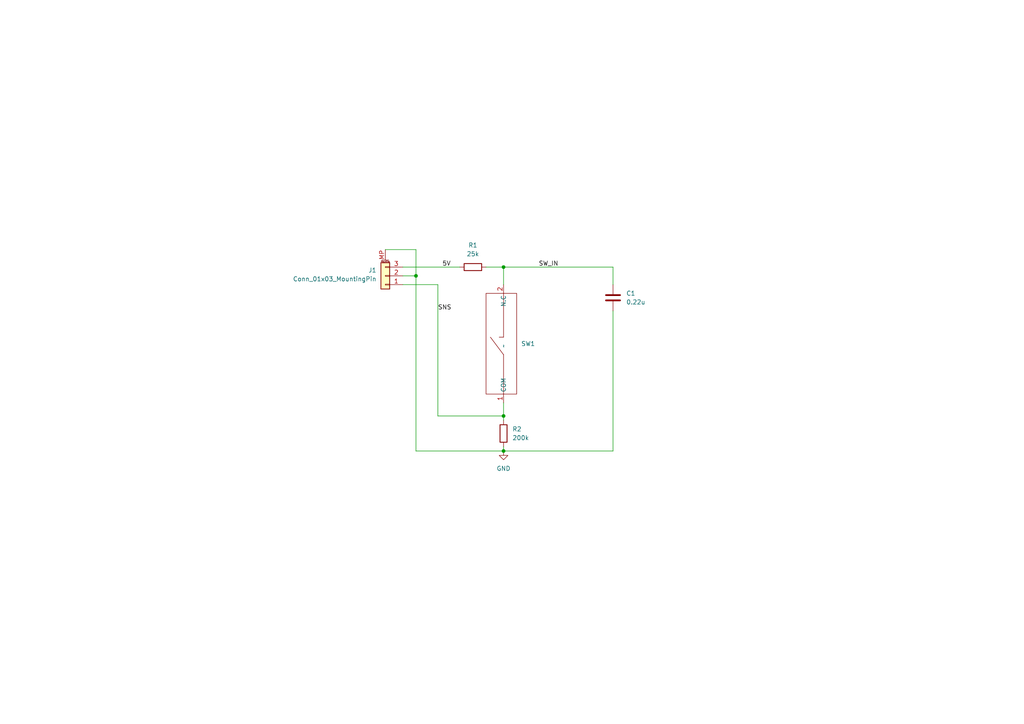
<source format=kicad_sch>
(kicad_sch (version 20230121) (generator eeschema)

  (uuid f552a2fa-a2f1-4d89-8908-739b51a5924f)

  (paper "A4")

  (lib_symbols
    (symbol "Connector_Generic_MountingPin:Conn_01x03_MountingPin" (pin_names (offset 1.016) hide) (in_bom yes) (on_board yes)
      (property "Reference" "J" (at 0 5.08 0)
        (effects (font (size 1.27 1.27)))
      )
      (property "Value" "Conn_01x03_MountingPin" (at 1.27 -5.08 0)
        (effects (font (size 1.27 1.27)) (justify left))
      )
      (property "Footprint" "" (at 0 0 0)
        (effects (font (size 1.27 1.27)) hide)
      )
      (property "Datasheet" "~" (at 0 0 0)
        (effects (font (size 1.27 1.27)) hide)
      )
      (property "ki_keywords" "connector" (at 0 0 0)
        (effects (font (size 1.27 1.27)) hide)
      )
      (property "ki_description" "Generic connectable mounting pin connector, single row, 01x03, script generated (kicad-library-utils/schlib/autogen/connector/)" (at 0 0 0)
        (effects (font (size 1.27 1.27)) hide)
      )
      (property "ki_fp_filters" "Connector*:*_1x??-1MP*" (at 0 0 0)
        (effects (font (size 1.27 1.27)) hide)
      )
      (symbol "Conn_01x03_MountingPin_1_1"
        (rectangle (start -1.27 -2.413) (end 0 -2.667)
          (stroke (width 0.1524) (type default))
          (fill (type none))
        )
        (rectangle (start -1.27 0.127) (end 0 -0.127)
          (stroke (width 0.1524) (type default))
          (fill (type none))
        )
        (rectangle (start -1.27 2.667) (end 0 2.413)
          (stroke (width 0.1524) (type default))
          (fill (type none))
        )
        (rectangle (start -1.27 3.81) (end 1.27 -3.81)
          (stroke (width 0.254) (type default))
          (fill (type background))
        )
        (polyline
          (pts
            (xy -1.016 -4.572)
            (xy 1.016 -4.572)
          )
          (stroke (width 0.1524) (type default))
          (fill (type none))
        )
        (text "Mounting" (at 0 -4.191 0)
          (effects (font (size 0.381 0.381)))
        )
        (pin passive line (at -5.08 2.54 0) (length 3.81)
          (name "Pin_1" (effects (font (size 1.27 1.27))))
          (number "1" (effects (font (size 1.27 1.27))))
        )
        (pin passive line (at -5.08 0 0) (length 3.81)
          (name "Pin_2" (effects (font (size 1.27 1.27))))
          (number "2" (effects (font (size 1.27 1.27))))
        )
        (pin passive line (at -5.08 -2.54 0) (length 3.81)
          (name "Pin_3" (effects (font (size 1.27 1.27))))
          (number "3" (effects (font (size 1.27 1.27))))
        )
        (pin passive line (at 0 -7.62 90) (length 3.048)
          (name "MountPin" (effects (font (size 1.27 1.27))))
          (number "MP" (effects (font (size 1.27 1.27))))
        )
      )
    )
    (symbol "D3SH-B1R1:D3SH-B1R1" (in_bom yes) (on_board yes)
      (property "Reference" "SW" (at 0 6.35 0)
        (effects (font (size 1.27 1.27)))
      )
      (property "Value" "" (at 0 0 0)
        (effects (font (size 1.27 1.27)))
      )
      (property "Footprint" "" (at 0 0 0)
        (effects (font (size 1.27 1.27)) hide)
      )
      (property "Datasheet" "" (at 0 0 0)
        (effects (font (size 1.27 1.27)) hide)
      )
      (symbol "D3SH-B1R1_0_1"
        (rectangle (start -13.97 5.08) (end 15.24 -3.81)
          (stroke (width 0) (type default))
          (fill (type none))
        )
        (polyline
          (pts
            (xy -13.97 0)
            (xy -2.54 0)
          )
          (stroke (width 0) (type default))
          (fill (type none))
        )
        (polyline
          (pts
            (xy -2.54 0)
            (xy 2.54 3.81)
          )
          (stroke (width 0) (type default))
          (fill (type none))
        )
        (polyline
          (pts
            (xy 2.54 0)
            (xy 2.54 1.27)
          )
          (stroke (width 0) (type default))
          (fill (type none))
        )
        (polyline
          (pts
            (xy 2.54 0)
            (xy 13.97 0)
          )
          (stroke (width 0) (type default))
          (fill (type none))
        )
        (polyline
          (pts
            (xy 13.97 0)
            (xy 13.97 0)
          )
          (stroke (width 0) (type default))
          (fill (type none))
        )
        (polyline
          (pts
            (xy 13.97 0)
            (xy 15.24 0)
          )
          (stroke (width 0) (type default))
          (fill (type none))
        )
      )
      (symbol "D3SH-B1R1_1_1"
        (pin unspecified line (at -16.51 0 0) (length 2.54)
          (name "COM" (effects (font (size 1.27 1.27))))
          (number "1" (effects (font (size 1.27 1.27))))
        )
        (pin unspecified line (at 17.78 0 180) (length 2.54)
          (name "N.C" (effects (font (size 1.27 1.27))))
          (number "2" (effects (font (size 1.27 1.27))))
        )
      )
    )
    (symbol "Device:C" (pin_numbers hide) (pin_names (offset 0.254)) (in_bom yes) (on_board yes)
      (property "Reference" "C" (at 0.635 2.54 0)
        (effects (font (size 1.27 1.27)) (justify left))
      )
      (property "Value" "C" (at 0.635 -2.54 0)
        (effects (font (size 1.27 1.27)) (justify left))
      )
      (property "Footprint" "" (at 0.9652 -3.81 0)
        (effects (font (size 1.27 1.27)) hide)
      )
      (property "Datasheet" "~" (at 0 0 0)
        (effects (font (size 1.27 1.27)) hide)
      )
      (property "ki_keywords" "cap capacitor" (at 0 0 0)
        (effects (font (size 1.27 1.27)) hide)
      )
      (property "ki_description" "Unpolarized capacitor" (at 0 0 0)
        (effects (font (size 1.27 1.27)) hide)
      )
      (property "ki_fp_filters" "C_*" (at 0 0 0)
        (effects (font (size 1.27 1.27)) hide)
      )
      (symbol "C_0_1"
        (polyline
          (pts
            (xy -2.032 -0.762)
            (xy 2.032 -0.762)
          )
          (stroke (width 0.508) (type default))
          (fill (type none))
        )
        (polyline
          (pts
            (xy -2.032 0.762)
            (xy 2.032 0.762)
          )
          (stroke (width 0.508) (type default))
          (fill (type none))
        )
      )
      (symbol "C_1_1"
        (pin passive line (at 0 3.81 270) (length 2.794)
          (name "~" (effects (font (size 1.27 1.27))))
          (number "1" (effects (font (size 1.27 1.27))))
        )
        (pin passive line (at 0 -3.81 90) (length 2.794)
          (name "~" (effects (font (size 1.27 1.27))))
          (number "2" (effects (font (size 1.27 1.27))))
        )
      )
    )
    (symbol "Device:R" (pin_numbers hide) (pin_names (offset 0)) (in_bom yes) (on_board yes)
      (property "Reference" "R" (at 2.032 0 90)
        (effects (font (size 1.27 1.27)))
      )
      (property "Value" "R" (at 0 0 90)
        (effects (font (size 1.27 1.27)))
      )
      (property "Footprint" "" (at -1.778 0 90)
        (effects (font (size 1.27 1.27)) hide)
      )
      (property "Datasheet" "~" (at 0 0 0)
        (effects (font (size 1.27 1.27)) hide)
      )
      (property "ki_keywords" "R res resistor" (at 0 0 0)
        (effects (font (size 1.27 1.27)) hide)
      )
      (property "ki_description" "Resistor" (at 0 0 0)
        (effects (font (size 1.27 1.27)) hide)
      )
      (property "ki_fp_filters" "R_*" (at 0 0 0)
        (effects (font (size 1.27 1.27)) hide)
      )
      (symbol "R_0_1"
        (rectangle (start -1.016 -2.54) (end 1.016 2.54)
          (stroke (width 0.254) (type default))
          (fill (type none))
        )
      )
      (symbol "R_1_1"
        (pin passive line (at 0 3.81 270) (length 1.27)
          (name "~" (effects (font (size 1.27 1.27))))
          (number "1" (effects (font (size 1.27 1.27))))
        )
        (pin passive line (at 0 -3.81 90) (length 1.27)
          (name "~" (effects (font (size 1.27 1.27))))
          (number "2" (effects (font (size 1.27 1.27))))
        )
      )
    )
    (symbol "power:GND" (power) (pin_names (offset 0)) (in_bom yes) (on_board yes)
      (property "Reference" "#PWR" (at 0 -6.35 0)
        (effects (font (size 1.27 1.27)) hide)
      )
      (property "Value" "GND" (at 0 -3.81 0)
        (effects (font (size 1.27 1.27)))
      )
      (property "Footprint" "" (at 0 0 0)
        (effects (font (size 1.27 1.27)) hide)
      )
      (property "Datasheet" "" (at 0 0 0)
        (effects (font (size 1.27 1.27)) hide)
      )
      (property "ki_keywords" "global power" (at 0 0 0)
        (effects (font (size 1.27 1.27)) hide)
      )
      (property "ki_description" "Power symbol creates a global label with name \"GND\" , ground" (at 0 0 0)
        (effects (font (size 1.27 1.27)) hide)
      )
      (symbol "GND_0_1"
        (polyline
          (pts
            (xy 0 0)
            (xy 0 -1.27)
            (xy 1.27 -1.27)
            (xy 0 -2.54)
            (xy -1.27 -1.27)
            (xy 0 -1.27)
          )
          (stroke (width 0) (type default))
          (fill (type none))
        )
      )
      (symbol "GND_1_1"
        (pin power_in line (at 0 0 270) (length 0) hide
          (name "GND" (effects (font (size 1.27 1.27))))
          (number "1" (effects (font (size 1.27 1.27))))
        )
      )
    )
  )

  (junction (at 146.05 120.65) (diameter 0) (color 0 0 0 0)
    (uuid 204e3f22-4ac8-44d0-bb96-a747e7ff4532)
  )
  (junction (at 146.05 130.81) (diameter 0) (color 0 0 0 0)
    (uuid 454bbcf7-dc04-4570-b209-9bacdb2388a5)
  )
  (junction (at 146.05 77.47) (diameter 0) (color 0 0 0 0)
    (uuid 62daa1e8-09ae-47ee-927f-4912fb2661f0)
  )
  (junction (at 120.65 80.01) (diameter 0) (color 0 0 0 0)
    (uuid f5760273-5c3e-476a-aeb4-f8727a7f76b4)
  )

  (wire (pts (xy 127 120.65) (xy 146.05 120.65))
    (stroke (width 0) (type default))
    (uuid 0cd4f6a0-628a-4149-8b72-577931fb0c5a)
  )
  (wire (pts (xy 146.05 77.47) (xy 177.8 77.47))
    (stroke (width 0) (type default))
    (uuid 16817226-58f9-4d6d-ab5b-dc9a1040560d)
  )
  (wire (pts (xy 116.84 82.55) (xy 127 82.55))
    (stroke (width 0) (type default))
    (uuid 18bcd137-f88e-456e-84b4-50b43b2274ab)
  )
  (wire (pts (xy 177.8 77.47) (xy 177.8 82.55))
    (stroke (width 0) (type default))
    (uuid 33f4c033-c906-4848-b0be-cc50094e49e7)
  )
  (wire (pts (xy 177.8 90.17) (xy 177.8 130.81))
    (stroke (width 0) (type default))
    (uuid 36379bd9-5e48-486b-b63d-d601098b5c20)
  )
  (wire (pts (xy 177.8 130.81) (xy 146.05 130.81))
    (stroke (width 0) (type default))
    (uuid 3f67ef60-bcf3-41b9-903d-97636e5645b5)
  )
  (wire (pts (xy 146.05 129.54) (xy 146.05 130.81))
    (stroke (width 0) (type default))
    (uuid 43af2e61-f49f-4643-af1e-74378b4fb69f)
  )
  (wire (pts (xy 120.65 72.39) (xy 111.76 72.39))
    (stroke (width 0) (type default))
    (uuid 56e49322-a3c1-41c3-8ffa-43b08c93f1e4)
  )
  (wire (pts (xy 146.05 116.84) (xy 146.05 120.65))
    (stroke (width 0) (type default))
    (uuid 58ada541-724e-4b6a-908d-1194ce29e75c)
  )
  (wire (pts (xy 127 82.55) (xy 127 120.65))
    (stroke (width 0) (type default))
    (uuid 5943393f-c6e8-417f-95fc-af166359f5fa)
  )
  (wire (pts (xy 146.05 120.65) (xy 146.05 121.92))
    (stroke (width 0) (type default))
    (uuid 766cf435-8fde-4485-8708-d83b52edab88)
  )
  (wire (pts (xy 120.65 80.01) (xy 120.65 130.81))
    (stroke (width 0) (type default))
    (uuid 7a2c0f2d-dddf-404a-860f-a64b5f8c9233)
  )
  (wire (pts (xy 116.84 80.01) (xy 120.65 80.01))
    (stroke (width 0) (type default))
    (uuid a8fc41b6-800a-4397-9b51-abd824263503)
  )
  (wire (pts (xy 140.97 77.47) (xy 146.05 77.47))
    (stroke (width 0) (type default))
    (uuid af89faec-9321-475d-aaf1-c63f300b0fca)
  )
  (wire (pts (xy 116.84 77.47) (xy 133.35 77.47))
    (stroke (width 0) (type default))
    (uuid b2becb89-6c1d-4e88-9d9e-197ce39b348f)
  )
  (wire (pts (xy 120.65 80.01) (xy 120.65 72.39))
    (stroke (width 0) (type default))
    (uuid b4edfa22-68fe-41b4-b3f8-78f0f63fcfe7)
  )
  (wire (pts (xy 120.65 130.81) (xy 146.05 130.81))
    (stroke (width 0) (type default))
    (uuid d88855a1-00b8-42e5-ace3-d567af26c17e)
  )
  (wire (pts (xy 146.05 77.47) (xy 146.05 82.55))
    (stroke (width 0) (type default))
    (uuid f31dd73b-dbb6-4498-b0b8-b28cdb9abfb3)
  )

  (label "SW_IN" (at 156.21 77.47 0) (fields_autoplaced)
    (effects (font (size 1.27 1.27)) (justify left bottom))
    (uuid 87a247f6-9b05-4ec1-b2c2-67138028c672)
  )
  (label "SNS" (at 127 90.17 0) (fields_autoplaced)
    (effects (font (size 1.27 1.27)) (justify left bottom))
    (uuid 9158627f-9ce9-46cc-b32e-b484b050fce5)
  )
  (label "5V" (at 128.27 77.47 0) (fields_autoplaced)
    (effects (font (size 1.27 1.27)) (justify left bottom))
    (uuid 9ecc5e85-f16b-421b-8510-e2cede92942f)
  )

  (symbol (lib_id "D3SH-B1R1:D3SH-B1R1") (at 146.05 100.33 90) (unit 1)
    (in_bom yes) (on_board yes) (dnp no) (fields_autoplaced)
    (uuid 01e07d08-cf56-4d1f-874a-258e002bb2f9)
    (property "Reference" "SW1" (at 151.13 99.695 90)
      (effects (font (size 1.27 1.27)) (justify right))
    )
    (property "Value" "~" (at 146.05 100.33 0)
      (effects (font (size 1.27 1.27)))
    )
    (property "Footprint" "D3SH-B1R1:D3SH-B1R1" (at 146.05 100.33 0)
      (effects (font (size 1.27 1.27)) hide)
    )
    (property "Datasheet" "" (at 146.05 100.33 0)
      (effects (font (size 1.27 1.27)) hide)
    )
    (pin "1" (uuid a8b51065-ae94-450d-832b-ddbd33876569))
    (pin "2" (uuid c58c47cc-801e-491b-bc56-1921b4e8dc0c))
    (instances
      (project "Nano_switch_circuitry"
        (path "/f552a2fa-a2f1-4d89-8908-739b51a5924f"
          (reference "SW1") (unit 1)
        )
      )
    )
  )

  (symbol (lib_id "Device:R") (at 146.05 125.73 0) (unit 1)
    (in_bom yes) (on_board yes) (dnp no) (fields_autoplaced)
    (uuid 18042a2f-fb2c-472e-b9ac-f9d52f98c566)
    (property "Reference" "R2" (at 148.59 124.46 0)
      (effects (font (size 1.27 1.27)) (justify left))
    )
    (property "Value" "200k" (at 148.59 127 0)
      (effects (font (size 1.27 1.27)) (justify left))
    )
    (property "Footprint" "Resistor_SMD:R_0402_1005Metric" (at 144.272 125.73 90)
      (effects (font (size 1.27 1.27)) hide)
    )
    (property "Datasheet" "~" (at 146.05 125.73 0)
      (effects (font (size 1.27 1.27)) hide)
    )
    (pin "1" (uuid 81c62056-5d78-450e-a253-c475acb14a05))
    (pin "2" (uuid 570b1d7b-826f-4052-812c-870069e020d4))
    (instances
      (project "Nano_switch_circuitry"
        (path "/f552a2fa-a2f1-4d89-8908-739b51a5924f"
          (reference "R2") (unit 1)
        )
      )
    )
  )

  (symbol (lib_id "power:GND") (at 146.05 130.81 0) (unit 1)
    (in_bom yes) (on_board yes) (dnp no) (fields_autoplaced)
    (uuid 718df63d-c8a5-4eed-a789-367620b21d28)
    (property "Reference" "#PWR01" (at 146.05 137.16 0)
      (effects (font (size 1.27 1.27)) hide)
    )
    (property "Value" "GND" (at 146.05 135.89 0)
      (effects (font (size 1.27 1.27)))
    )
    (property "Footprint" "" (at 146.05 130.81 0)
      (effects (font (size 1.27 1.27)) hide)
    )
    (property "Datasheet" "" (at 146.05 130.81 0)
      (effects (font (size 1.27 1.27)) hide)
    )
    (pin "1" (uuid f687da34-8563-41d2-aace-76e50b6f928e))
    (instances
      (project "Nano_switch_circuitry"
        (path "/f552a2fa-a2f1-4d89-8908-739b51a5924f"
          (reference "#PWR01") (unit 1)
        )
      )
    )
  )

  (symbol (lib_id "Connector_Generic_MountingPin:Conn_01x03_MountingPin") (at 111.76 80.01 180) (unit 1)
    (in_bom yes) (on_board yes) (dnp no) (fields_autoplaced)
    (uuid 86ef3566-c0c1-4a89-9edd-9a57bfa56b9d)
    (property "Reference" "J1" (at 109.22 78.3844 0)
      (effects (font (size 1.27 1.27)) (justify left))
    )
    (property "Value" "Conn_01x03_MountingPin" (at 109.22 80.9244 0)
      (effects (font (size 1.27 1.27)) (justify left))
    )
    (property "Footprint" "Connector_JST:JST_SH_SM03B-SRSS-TB_1x03-1MP_P1.00mm_Horizontal" (at 111.76 80.01 0)
      (effects (font (size 1.27 1.27)) hide)
    )
    (property "Datasheet" "~" (at 111.76 80.01 0)
      (effects (font (size 1.27 1.27)) hide)
    )
    (pin "1" (uuid cd5daf1f-2394-4e78-9b2f-db692f7b2425))
    (pin "2" (uuid 2b8e01da-85c9-491f-9a55-74c5337ee474))
    (pin "MP" (uuid 3187bce6-5a07-4362-afa1-7106b56972f4))
    (pin "3" (uuid 427c56b2-bb47-41fa-9dc1-e96278a92b4d))
    (instances
      (project "Nano_switch_circuitry"
        (path "/f552a2fa-a2f1-4d89-8908-739b51a5924f"
          (reference "J1") (unit 1)
        )
      )
    )
  )

  (symbol (lib_id "Device:C") (at 177.8 86.36 0) (unit 1)
    (in_bom yes) (on_board yes) (dnp no) (fields_autoplaced)
    (uuid ee2c8aa6-5a58-4feb-90bb-e95aee716465)
    (property "Reference" "C1" (at 181.61 85.09 0)
      (effects (font (size 1.27 1.27)) (justify left))
    )
    (property "Value" "0.22u" (at 181.61 87.63 0)
      (effects (font (size 1.27 1.27)) (justify left))
    )
    (property "Footprint" "Resistor_SMD:R_0402_1005Metric" (at 178.7652 90.17 0)
      (effects (font (size 1.27 1.27)) hide)
    )
    (property "Datasheet" "~" (at 177.8 86.36 0)
      (effects (font (size 1.27 1.27)) hide)
    )
    (pin "2" (uuid 012bdf6a-4ed2-4364-8f8e-a2d8e47e450f))
    (pin "1" (uuid fc483fc3-d080-4c33-809d-182dbc363d11))
    (instances
      (project "Nano_switch_circuitry"
        (path "/f552a2fa-a2f1-4d89-8908-739b51a5924f"
          (reference "C1") (unit 1)
        )
      )
    )
  )

  (symbol (lib_id "Device:R") (at 137.16 77.47 90) (unit 1)
    (in_bom yes) (on_board yes) (dnp no) (fields_autoplaced)
    (uuid fdf81984-23be-4df7-881f-55f2e7e80023)
    (property "Reference" "R1" (at 137.16 71.12 90)
      (effects (font (size 1.27 1.27)))
    )
    (property "Value" "25k" (at 137.16 73.66 90)
      (effects (font (size 1.27 1.27)))
    )
    (property "Footprint" "Resistor_SMD:R_0402_1005Metric" (at 137.16 79.248 90)
      (effects (font (size 1.27 1.27)) hide)
    )
    (property "Datasheet" "~" (at 137.16 77.47 0)
      (effects (font (size 1.27 1.27)) hide)
    )
    (pin "2" (uuid c975ce9d-3d18-41a5-81f6-9b0c94b5fbd2))
    (pin "1" (uuid 51940eeb-5c25-4945-9de6-d3b5fa07ff37))
    (instances
      (project "Nano_switch_circuitry"
        (path "/f552a2fa-a2f1-4d89-8908-739b51a5924f"
          (reference "R1") (unit 1)
        )
      )
    )
  )

  (sheet_instances
    (path "/" (page "1"))
  )
)

</source>
